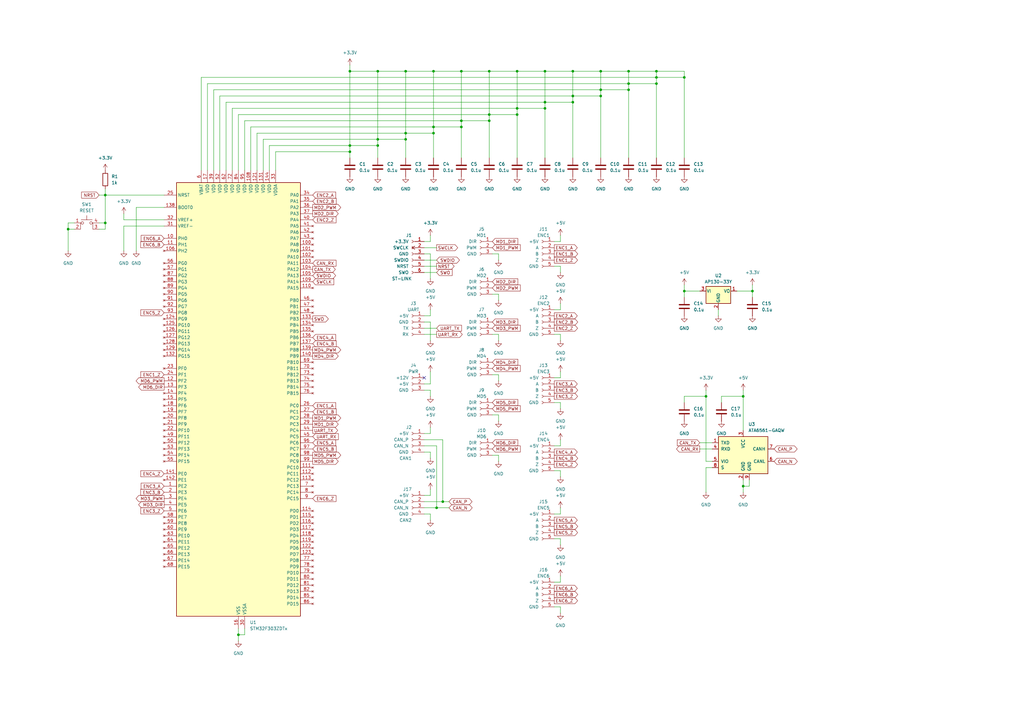
<source format=kicad_sch>
(kicad_sch (version 20250114) (generator "eeschema") (generator_version "9.0")
  (paper "A3")
  (junction (at 143.51 62.23))
  (junction (at 177.8 54.61))
  (junction (at 257.81 29.21))
  (junction (at 280.67 119.38))
  (junction (at 181.61 205.74))
  (junction (at 289.56 162.56))
  (junction (at 212.09 29.21))
  (junction (at 280.67 31.75))
  (junction (at 177.8 52.07))
  (junction (at 257.81 34.29))
  (junction (at 200.66 46.99))
  (junction (at 179.07 208.28))
  (junction (at 200.66 49.53))
  (junction (at 154.94 59.69))
  (junction (at 257.81 36.83))
  (junction (at 27.94 93.98))
  (junction (at 200.66 29.21))
  (junction (at 269.24 29.21))
  (junction (at 166.37 54.61))
  (junction (at 269.24 34.29))
  (junction (at 154.94 57.15))
  (junction (at 43.18 91.44))
  (junction (at 189.23 29.21))
  (junction (at 304.8 162.56))
  (junction (at 166.37 57.15))
  (junction (at 304.8 199.39))
  (junction (at 212.09 44.45))
  (junction (at 308.61 119.38))
  (junction (at 189.23 52.07))
  (junction (at 97.79 260.35))
  (junction (at 223.52 29.21))
  (junction (at 143.51 59.69))
  (junction (at 234.95 39.37))
  (junction (at 234.95 29.21))
  (junction (at 166.37 29.21))
  (junction (at 212.09 46.99))
  (junction (at 223.52 41.91))
  (junction (at 43.18 80.01))
  (junction (at 189.23 49.53))
  (junction (at 269.24 31.75))
  (junction (at 246.38 39.37))
  (junction (at 154.94 29.21))
  (junction (at 223.52 44.45))
  (junction (at 234.95 41.91))
  (junction (at 246.38 36.83))
  (junction (at 246.38 29.21))
  (junction (at 177.8 29.21))
  (junction (at 143.51 29.21))
  (no_connect (at 173.99 154.94))
  (wire (pts (xy 43.18 80.01) (xy 43.18 91.44)))
  (wire (pts (xy 200.66 49.53) (xy 200.66 64.77)))
  (wire (pts (xy 204.47 186.69) (xy 204.47 189.23)))
  (wire (pts (xy 173.99 205.74) (xy 181.61 205.74)))
  (wire (pts (xy 227.33 99.06) (xy 229.87 99.06)))
  (wire (pts (xy 227.33 127) (xy 229.87 127)))
  (wire (pts (xy 107.95 57.15) (xy 154.94 57.15)))
  (wire (pts (xy 100.33 69.85) (xy 100.33 49.53)))
  (wire (pts (xy 184.15 205.74) (xy 181.61 205.74)))
  (wire (pts (xy 229.87 236.22) (xy 229.87 238.76)))
  (wire (pts (xy 82.55 31.75) (xy 269.24 31.75)))
  (wire (pts (xy 173.99 208.28) (xy 179.07 208.28)))
  (wire (pts (xy 92.71 41.91) (xy 223.52 41.91)))
  (wire (pts (xy 304.8 199.39) (xy 304.8 201.93)))
  (wire (pts (xy 176.53 129.54) (xy 173.99 129.54)))
  (wire (pts (xy 82.55 69.85) (xy 82.55 31.75)))
  (wire (pts (xy 269.24 29.21) (xy 269.24 31.75)))
  (wire (pts (xy 257.81 29.21) (xy 269.24 29.21)))
  (wire (pts (xy 110.49 59.69) (xy 143.51 59.69)))
  (wire (pts (xy 173.99 177.8) (xy 176.53 177.8)))
  (wire (pts (xy 27.94 93.98) (xy 30.48 93.98)))
  (wire (pts (xy 287.02 184.15) (xy 292.1 184.15)))
  (wire (pts (xy 154.94 59.69) (xy 154.94 64.77)))
  (wire (pts (xy 308.61 116.84) (xy 308.61 119.38)))
  (wire (pts (xy 280.67 119.38) (xy 287.02 119.38)))
  (wire (pts (xy 304.8 162.56) (xy 295.91 162.56)))
  (wire (pts (xy 204.47 153.67) (xy 204.47 156.21)))
  (wire (pts (xy 173.99 210.82) (xy 176.53 210.82)))
  (wire (pts (xy 229.87 137.16) (xy 229.87 139.7)))
  (wire (pts (xy 176.53 185.42) (xy 176.53 187.96)))
  (wire (pts (xy 179.07 109.22) (xy 173.99 109.22)))
  (wire (pts (xy 43.18 77.47) (xy 43.18 80.01)))
  (wire (pts (xy 173.99 160.02) (xy 176.53 160.02)))
  (wire (pts (xy 102.87 52.07) (xy 177.8 52.07)))
  (wire (pts (xy 302.26 119.38) (xy 308.61 119.38)))
  (wire (pts (xy 307.34 199.39) (xy 304.8 199.39)))
  (wire (pts (xy 143.51 26.67) (xy 143.51 29.21)))
  (wire (pts (xy 227.33 238.76) (xy 229.87 238.76)))
  (wire (pts (xy 143.51 59.69) (xy 154.94 59.69)))
  (wire (pts (xy 173.99 104.14) (xy 176.53 104.14)))
  (wire (pts (xy 181.61 205.74) (xy 181.61 180.34)))
  (wire (pts (xy 176.53 160.02) (xy 176.53 162.56)))
  (wire (pts (xy 229.87 96.52) (xy 229.87 99.06)))
  (wire (pts (xy 173.99 134.62) (xy 179.07 134.62)))
  (wire (pts (xy 107.95 69.85) (xy 107.95 57.15)))
  (wire (pts (xy 212.09 46.99) (xy 212.09 64.77)))
  (wire (pts (xy 97.79 260.35) (xy 97.79 257.81)))
  (wire (pts (xy 67.31 92.71) (xy 50.8 92.71)))
  (wire (pts (xy 154.94 57.15) (xy 166.37 57.15)))
  (wire (pts (xy 201.93 104.14) (xy 204.47 104.14)))
  (wire (pts (xy 280.67 29.21) (xy 280.67 31.75)))
  (wire (pts (xy 227.33 165.1) (xy 229.87 165.1)))
  (wire (pts (xy 223.52 41.91) (xy 223.52 44.45)))
  (wire (pts (xy 201.93 120.65) (xy 204.47 120.65)))
  (wire (pts (xy 229.87 124.46) (xy 229.87 127)))
  (wire (pts (xy 97.79 260.35) (xy 100.33 260.35)))
  (wire (pts (xy 223.52 41.91) (xy 234.95 41.91)))
  (wire (pts (xy 257.81 29.21) (xy 257.81 34.29)))
  (wire (pts (xy 173.99 99.06) (xy 176.53 99.06)))
  (wire (pts (xy 223.52 29.21) (xy 223.52 41.91)))
  (wire (pts (xy 177.8 54.61) (xy 177.8 64.77)))
  (wire (pts (xy 227.33 210.82) (xy 229.87 210.82)))
  (wire (pts (xy 200.66 49.53) (xy 200.66 46.99)))
  (wire (pts (xy 113.03 62.23) (xy 113.03 69.85)))
  (wire (pts (xy 269.24 34.29) (xy 269.24 64.77)))
  (wire (pts (xy 229.87 193.04) (xy 229.87 195.58)))
  (wire (pts (xy 179.07 208.28) (xy 184.15 208.28)))
  (wire (pts (xy 189.23 49.53) (xy 200.66 49.53)))
  (wire (pts (xy 177.8 29.21) (xy 177.8 52.07)))
  (wire (pts (xy 176.53 132.08) (xy 173.99 132.08)))
  (wire (pts (xy 204.47 137.16) (xy 204.47 139.7)))
  (wire (pts (xy 304.8 160.02) (xy 304.8 162.56)))
  (wire (pts (xy 27.94 91.44) (xy 30.48 91.44)))
  (wire (pts (xy 289.56 162.56) (xy 280.67 162.56)))
  (wire (pts (xy 189.23 29.21) (xy 200.66 29.21)))
  (wire (pts (xy 100.33 49.53) (xy 189.23 49.53)))
  (wire (pts (xy 257.81 34.29) (xy 257.81 36.83)))
  (wire (pts (xy 189.23 52.07) (xy 189.23 64.77)))
  (wire (pts (xy 200.66 29.21) (xy 200.66 46.99)))
  (wire (pts (xy 166.37 29.21) (xy 177.8 29.21)))
  (wire (pts (xy 246.38 39.37) (xy 246.38 64.77)))
  (wire (pts (xy 176.53 139.7) (xy 176.53 132.08)))
  (wire (pts (xy 173.99 185.42) (xy 176.53 185.42)))
  (wire (pts (xy 27.94 102.87) (xy 27.94 93.98)))
  (wire (pts (xy 90.17 69.85) (xy 90.17 39.37)))
  (wire (pts (xy 90.17 39.37) (xy 234.95 39.37)))
  (wire (pts (xy 173.99 137.16) (xy 179.07 137.16)))
  (wire (pts (xy 102.87 69.85) (xy 102.87 52.07)))
  (wire (pts (xy 234.95 39.37) (xy 246.38 39.37)))
  (wire (pts (xy 269.24 31.75) (xy 280.67 31.75)))
  (wire (pts (xy 212.09 44.45) (xy 223.52 44.45)))
  (wire (pts (xy 229.87 248.92) (xy 229.87 251.46)))
  (wire (pts (xy 43.18 93.98) (xy 43.18 91.44)))
  (wire (pts (xy 85.09 34.29) (xy 257.81 34.29)))
  (wire (pts (xy 97.79 46.99) (xy 200.66 46.99)))
  (wire (pts (xy 200.66 46.99) (xy 212.09 46.99)))
  (wire (pts (xy 50.8 87.63) (xy 50.8 90.17)))
  (wire (pts (xy 223.52 44.45) (xy 223.52 64.77)))
  (wire (pts (xy 227.33 248.92) (xy 229.87 248.92)))
  (wire (pts (xy 177.8 29.21) (xy 189.23 29.21)))
  (wire (pts (xy 227.33 182.88) (xy 229.87 182.88)))
  (wire (pts (xy 227.33 220.98) (xy 229.87 220.98)))
  (wire (pts (xy 308.61 119.38) (xy 308.61 121.92)))
  (wire (pts (xy 229.87 165.1) (xy 229.87 167.64)))
  (wire (pts (xy 246.38 29.21) (xy 246.38 36.83)))
  (wire (pts (xy 179.07 111.76) (xy 173.99 111.76)))
  (wire (pts (xy 40.64 91.44) (xy 43.18 91.44)))
  (wire (pts (xy 269.24 34.29) (xy 269.24 31.75)))
  (wire (pts (xy 307.34 196.85) (xy 307.34 199.39)))
  (wire (pts (xy 212.09 44.45) (xy 212.09 46.99)))
  (wire (pts (xy 212.09 29.21) (xy 212.09 44.45)))
  (wire (pts (xy 176.53 210.82) (xy 176.53 213.36)))
  (wire (pts (xy 113.03 62.23) (xy 143.51 62.23)))
  (wire (pts (xy 181.61 180.34) (xy 173.99 180.34)))
  (wire (pts (xy 280.67 31.75) (xy 280.67 64.77)))
  (wire (pts (xy 229.87 220.98) (xy 229.87 223.52)))
  (wire (pts (xy 204.47 104.14) (xy 204.47 106.68)))
  (wire (pts (xy 100.33 260.35) (xy 100.33 257.81)))
  (wire (pts (xy 143.51 62.23) (xy 143.51 59.69)))
  (wire (pts (xy 43.18 80.01) (xy 67.31 80.01)))
  (wire (pts (xy 294.64 127) (xy 294.64 129.54)))
  (wire (pts (xy 292.1 189.23) (xy 289.56 189.23)))
  (wire (pts (xy 176.53 175.26) (xy 176.53 177.8)))
  (wire (pts (xy 95.25 69.85) (xy 95.25 44.45)))
  (wire (pts (xy 143.51 59.69) (xy 143.51 29.21)))
  (wire (pts (xy 110.49 69.85) (xy 110.49 59.69)))
  (wire (pts (xy 50.8 92.71) (xy 50.8 102.87)))
  (wire (pts (xy 246.38 29.21) (xy 257.81 29.21)))
  (wire (pts (xy 257.81 36.83) (xy 257.81 64.77)))
  (wire (pts (xy 304.8 176.53) (xy 304.8 162.56)))
  (wire (pts (xy 154.94 29.21) (xy 166.37 29.21)))
  (wire (pts (xy 92.71 69.85) (xy 92.71 41.91)))
  (wire (pts (xy 177.8 52.07) (xy 177.8 54.61)))
  (wire (pts (xy 27.94 93.98) (xy 27.94 91.44)))
  (wire (pts (xy 143.51 29.21) (xy 154.94 29.21)))
  (wire (pts (xy 204.47 120.65) (xy 204.47 123.19)))
  (wire (pts (xy 229.87 152.4) (xy 229.87 154.94)))
  (wire (pts (xy 201.93 137.16) (xy 204.47 137.16)))
  (wire (pts (xy 189.23 52.07) (xy 189.23 49.53)))
  (wire (pts (xy 173.99 157.48) (xy 176.53 157.48)))
  (wire (pts (xy 87.63 36.83) (xy 246.38 36.83)))
  (wire (pts (xy 212.09 29.21) (xy 223.52 29.21)))
  (wire (pts (xy 176.53 157.48) (xy 176.53 152.4)))
  (wire (pts (xy 227.33 109.22) (xy 229.87 109.22)))
  (wire (pts (xy 154.94 57.15) (xy 154.94 59.69)))
  (wire (pts (xy 105.41 69.85) (xy 105.41 54.61)))
  (wire (pts (xy 201.93 186.69) (xy 204.47 186.69)))
  (wire (pts (xy 257.81 34.29) (xy 269.24 34.29)))
  (wire (pts (xy 229.87 109.22) (xy 229.87 111.76)))
  (wire (pts (xy 143.51 62.23) (xy 143.51 64.77)))
  (wire (pts (xy 50.8 90.17) (xy 67.31 90.17)))
  (wire (pts (xy 246.38 36.83) (xy 246.38 39.37)))
  (wire (pts (xy 40.64 93.98) (xy 43.18 93.98)))
  (wire (pts (xy 177.8 52.07) (xy 189.23 52.07)))
  (wire (pts (xy 204.47 170.18) (xy 204.47 172.72)))
  (wire (pts (xy 166.37 57.15) (xy 166.37 64.77)))
  (wire (pts (xy 269.24 29.21) (xy 280.67 29.21)))
  (wire (pts (xy 176.53 200.66) (xy 176.53 203.2)))
  (wire (pts (xy 85.09 69.85) (xy 85.09 34.29)))
  (wire (pts (xy 176.53 104.14) (xy 176.53 114.3)))
  (wire (pts (xy 234.95 41.91) (xy 234.95 64.77)))
  (wire (pts (xy 176.53 96.52) (xy 176.53 99.06)))
  (wire (pts (xy 166.37 54.61) (xy 177.8 54.61)))
  (wire (pts (xy 55.88 102.87) (xy 55.88 85.09)))
  (wire (pts (xy 289.56 191.77) (xy 292.1 191.77)))
  (wire (pts (xy 229.87 180.34) (xy 229.87 182.88)))
  (wire (pts (xy 166.37 29.21) (xy 166.37 54.61)))
  (wire (pts (xy 227.33 193.04) (xy 229.87 193.04)))
  (wire (pts (xy 189.23 29.21) (xy 189.23 49.53)))
  (wire (pts (xy 97.79 262.89) (xy 97.79 260.35)))
  (wire (pts (xy 179.07 106.68) (xy 173.99 106.68)))
  (wire (pts (xy 179.07 182.88) (xy 173.99 182.88)))
  (wire (pts (xy 287.02 181.61) (xy 292.1 181.61)))
  (wire (pts (xy 105.41 54.61) (xy 166.37 54.61)))
  (wire (pts (xy 280.67 116.84) (xy 280.67 119.38)))
  (wire (pts (xy 179.07 208.28) (xy 179.07 182.88)))
  (wire (pts (xy 87.63 69.85) (xy 87.63 36.83)))
  (wire (pts (xy 295.91 162.56) (xy 295.91 165.1)))
  (wire (pts (xy 289.56 162.56) (xy 289.56 189.23)))
  (wire (pts (xy 55.88 85.09) (xy 67.31 85.09)))
  (wire (pts (xy 97.79 69.85) (xy 97.79 46.99)))
  (wire (pts (xy 280.67 162.56) (xy 280.67 165.1)))
  (wire (pts (xy 234.95 29.21) (xy 234.95 39.37)))
  (wire (pts (xy 179.07 101.6) (xy 173.99 101.6)))
  (wire (pts (xy 234.95 39.37) (xy 234.95 41.91)))
  (wire (pts (xy 173.99 203.2) (xy 176.53 203.2)))
  (wire (pts (xy 229.87 208.28) (xy 229.87 210.82)))
  (wire (pts (xy 289.56 201.93) (xy 289.56 191.77)))
  (wire (pts (xy 227.33 154.94) (xy 229.87 154.94)))
  (wire (pts (xy 304.8 196.85) (xy 304.8 199.39)))
  (wire (pts (xy 40.64 80.01) (xy 43.18 80.01)))
  (wire (pts (xy 201.93 153.67) (xy 204.47 153.67)))
  (wire (pts (xy 154.94 29.21) (xy 154.94 57.15)))
  (wire (pts (xy 95.25 44.45) (xy 212.09 44.45)))
  (wire (pts (xy 166.37 57.15) (xy 166.37 54.61)))
  (wire (pts (xy 223.52 29.21) (xy 234.95 29.21)))
  (wire (pts (xy 246.38 36.83) (xy 257.81 36.83)))
  (wire (pts (xy 227.33 137.16) (xy 229.87 137.16)))
  (wire (pts (xy 176.53 127) (xy 176.53 129.54)))
  (wire (pts (xy 201.93 170.18) (xy 204.47 170.18)))
  (wire (pts (xy 289.56 160.02) (xy 289.56 162.56)))
  (wire (pts (xy 280.67 119.38) (xy 280.67 121.92)))
  (wire (pts (xy 200.66 29.21) (xy 212.09 29.21)))
  (wire (pts (xy 234.95 29.21) (xy 246.38 29.21)))
  (global_label "MD5_PWM" (shape input) (at 201.93 167.64 0) (property "Intersheetrefs" "${INTERSHEET_REFS}" (effects (hide yes))))
  (global_label "CAN_N" (shape bidirectional) (at 317.5 189.23 0) (property "Intersheetrefs" "${INTERSHEET_REFS}" (effects (hide yes))))
  (global_label "MD2_PWM" (shape input) (at 201.93 118.11 0) (property "Intersheetrefs" "${INTERSHEET_REFS}" (effects (hide yes))))
  (global_label "ENC2_Z" (shape output) (at 227.33 134.62 0) (property "Intersheetrefs" "${INTERSHEET_REFS}" (effects (hide yes))))
  (global_label "CAN_RX" (shape output) (at 287.02 184.15 180) (property "Intersheetrefs" "${INTERSHEET_REFS}" (effects (hide yes))))
  (global_label "ENC5_Z" (shape input) (at 67.31 128.27 180) (property "Intersheetrefs" "${INTERSHEET_REFS}" (effects (hide yes))))
  (global_label "CAN_P" (shape bidirectional) (at 317.5 184.15 0) (property "Intersheetrefs" "${INTERSHEET_REFS}" (effects (hide yes))))
  (global_label "CAN_RX" (shape input) (at 128.27 107.95 0) (property "Intersheetrefs" "${INTERSHEET_REFS}" (effects (hide yes))))
  (global_label "ENC4_Z" (shape input) (at 67.31 194.31 180) (property "Intersheetrefs" "${INTERSHEET_REFS}" (effects (hide yes))))
  (global_label "MD3_DIR" (shape input) (at 201.93 132.08 0) (property "Intersheetrefs" "${INTERSHEET_REFS}" (effects (hide yes))))
  (global_label "ENC3_B" (shape input) (at 67.31 201.93 180) (property "Intersheetrefs" "${INTERSHEET_REFS}" (effects (hide yes))))
  (global_label "MD1_DIR" (shape output) (at 128.27 173.99 0) (property "Intersheetrefs" "${INTERSHEET_REFS}" (effects (hide yes))))
  (global_label "ENC5_A" (shape output) (at 227.33 213.36 0) (property "Intersheetrefs" "${INTERSHEET_REFS}" (effects (hide yes))))
  (global_label "SWO" (shape input) (at 179.07 111.76 0) (property "Intersheetrefs" "${INTERSHEET_REFS}" (effects (hide yes))))
  (global_label "ENC2_A" (shape input) (at 128.27 80.01 0) (property "Intersheetrefs" "${INTERSHEET_REFS}" (effects (hide yes))))
  (global_label "MD2_DIR" (shape input) (at 201.93 115.57 0) (property "Intersheetrefs" "${INTERSHEET_REFS}" (effects (hide yes))))
  (global_label "ENC1_A" (shape input) (at 128.27 166.37 0) (property "Intersheetrefs" "${INTERSHEET_REFS}" (effects (hide yes))))
  (global_label "ENC4_B" (shape output) (at 227.33 187.96 0) (property "Intersheetrefs" "${INTERSHEET_REFS}" (effects (hide yes))))
  (global_label "MD4_PWM" (shape input) (at 201.93 151.13 0) (property "Intersheetrefs" "${INTERSHEET_REFS}" (effects (hide yes))))
  (global_label "CAN_TX" (shape input) (at 287.02 181.61 180) (property "Intersheetrefs" "${INTERSHEET_REFS}" (effects (hide yes))))
  (global_label "MD3_PWM" (shape input) (at 201.93 134.62 0) (property "Intersheetrefs" "${INTERSHEET_REFS}" (effects (hide yes))))
  (global_label "ENC4_A" (shape output) (at 227.33 185.42 0) (property "Intersheetrefs" "${INTERSHEET_REFS}" (effects (hide yes))))
  (global_label "ENC6_B" (shape input) (at 67.31 100.33 180) (property "Intersheetrefs" "${INTERSHEET_REFS}" (effects (hide yes))))
  (global_label "ENC2_B" (shape output) (at 227.33 132.08 0) (property "Intersheetrefs" "${INTERSHEET_REFS}" (effects (hide yes))))
  (global_label "CAN_TX" (shape output) (at 128.27 110.49 0) (property "Intersheetrefs" "${INTERSHEET_REFS}" (effects (hide yes))))
  (global_label "MD1_DIR" (shape input) (at 201.93 99.06 0) (property "Intersheetrefs" "${INTERSHEET_REFS}" (effects (hide yes))))
  (global_label "ENC1_B" (shape input) (at 128.27 168.91 0) (property "Intersheetrefs" "${INTERSHEET_REFS}" (effects (hide yes))))
  (global_label "ENC1_Z" (shape input) (at 67.31 153.67 180) (property "Intersheetrefs" "${INTERSHEET_REFS}" (effects (hide yes))))
  (global_label "MD1_PWM" (shape output) (at 128.27 171.45 0) (property "Intersheetrefs" "${INTERSHEET_REFS}" (effects (hide yes))))
  (global_label "ENC4_B" (shape input) (at 128.27 140.97 0) (property "Intersheetrefs" "${INTERSHEET_REFS}" (effects (hide yes))))
  (global_label "ENC5_B" (shape output) (at 227.33 215.9 0) (property "Intersheetrefs" "${INTERSHEET_REFS}" (effects (hide yes))))
  (global_label "MD4_DIR" (shape input) (at 201.93 148.59 0) (property "Intersheetrefs" "${INTERSHEET_REFS}" (effects (hide yes))))
  (global_label "MD2_DIR" (shape output) (at 128.27 87.63 0) (property "Intersheetrefs" "${INTERSHEET_REFS}" (effects (hide yes))))
  (global_label "ENC1_Z" (shape output) (at 227.33 106.68 0) (property "Intersheetrefs" "${INTERSHEET_REFS}" (effects (hide yes))))
  (global_label "ENC3_A" (shape output) (at 227.33 157.48 0) (property "Intersheetrefs" "${INTERSHEET_REFS}" (effects (hide yes))))
  (global_label "UART_TX" (shape input) (at 179.07 134.62 0) (property "Intersheetrefs" "${INTERSHEET_REFS}" (effects (hide yes))))
  (global_label "SWDIO" (shape bidirectional) (at 179.07 106.68 0) (property "Intersheetrefs" "${INTERSHEET_REFS}" (effects (hide yes))))
  (global_label "SWCLK" (shape output) (at 179.07 101.6 0) (property "Intersheetrefs" "${INTERSHEET_REFS}" (effects (hide yes))))
  (global_label "MD3_PWM" (shape output) (at 67.31 204.47 180) (property "Intersheetrefs" "${INTERSHEET_REFS}" (effects (hide yes))))
  (global_label "MD6_DIR" (shape input) (at 201.93 181.61 0) (property "Intersheetrefs" "${INTERSHEET_REFS}" (effects (hide yes))))
  (global_label "ENC6_Z" (shape input) (at 128.27 204.47 0) (property "Intersheetrefs" "${INTERSHEET_REFS}" (effects (hide yes))))
  (global_label "ENC3_B" (shape output) (at 227.33 160.02 0) (property "Intersheetrefs" "${INTERSHEET_REFS}" (effects (hide yes))))
  (global_label "MD5_PWM" (shape output) (at 128.27 186.69 0) (property "Intersheetrefs" "${INTERSHEET_REFS}" (effects (hide yes))))
  (global_label "CAN_P" (shape bidirectional) (at 184.15 205.74 0) (property "Intersheetrefs" "${INTERSHEET_REFS}" (effects (hide yes))))
  (global_label "ENC3_Z" (shape output) (at 227.33 162.56 0) (property "Intersheetrefs" "${INTERSHEET_REFS}" (effects (hide yes))))
  (global_label "SWCLK" (shape input) (at 128.27 115.57 0) (property "Intersheetrefs" "${INTERSHEET_REFS}" (effects (hide yes))))
  (global_label "SWO" (shape output) (at 128.27 130.81 0) (property "Intersheetrefs" "${INTERSHEET_REFS}" (effects (hide yes))))
  (global_label "MD6_PWM" (shape output) (at 67.31 156.21 180) (property "Intersheetrefs" "${INTERSHEET_REFS}" (effects (hide yes))))
  (global_label "NRST" (shape input) (at 40.64 80.01 180) (property "Intersheetrefs" "${INTERSHEET_REFS}" (effects (hide yes))))
  (global_label "MD5_DIR" (shape input) (at 201.93 165.1 0) (property "Intersheetrefs" "${INTERSHEET_REFS}" (effects (hide yes))))
  (global_label "ENC5_A" (shape input) (at 128.27 181.61 0) (property "Intersheetrefs" "${INTERSHEET_REFS}" (effects (hide yes))))
  (global_label "ENC6_Z" (shape output) (at 227.33 246.38 0) (property "Intersheetrefs" "${INTERSHEET_REFS}" (effects (hide yes))))
  (global_label "ENC2_A" (shape output) (at 227.33 129.54 0) (property "Intersheetrefs" "${INTERSHEET_REFS}" (effects (hide yes))))
  (global_label "MD3_DIR" (shape output) (at 67.31 207.01 180) (property "Intersheetrefs" "${INTERSHEET_REFS}" (effects (hide yes))))
  (global_label "MD6_PWM" (shape input) (at 201.93 184.15 0) (property "Intersheetrefs" "${INTERSHEET_REFS}" (effects (hide yes))))
  (global_label "MD4_PWM" (shape output) (at 128.27 143.51 0) (property "Intersheetrefs" "${INTERSHEET_REFS}" (effects (hide yes))))
  (global_label "CAN_N" (shape bidirectional) (at 184.15 208.28 0) (property "Intersheetrefs" "${INTERSHEET_REFS}" (effects (hide yes))))
  (global_label "NRST" (shape output) (at 179.07 109.22 0) (property "Intersheetrefs" "${INTERSHEET_REFS}" (effects (hide yes))))
  (global_label "ENC6_A" (shape output) (at 227.33 241.3 0) (property "Intersheetrefs" "${INTERSHEET_REFS}" (effects (hide yes))))
  (global_label "SWDIO" (shape bidirectional) (at 128.27 113.03 0) (property "Intersheetrefs" "${INTERSHEET_REFS}" (effects (hide yes))))
  (global_label "UART_RX" (shape input) (at 128.27 179.07 0) (property "Intersheetrefs" "${INTERSHEET_REFS}" (effects (hide yes))))
  (global_label "MD4_DIR" (shape output) (at 128.27 146.05 0) (property "Intersheetrefs" "${INTERSHEET_REFS}" (effects (hide yes))))
  (global_label "ENC2_Z" (shape input) (at 128.27 90.17 0) (property "Intersheetrefs" "${INTERSHEET_REFS}" (effects (hide yes))))
  (global_label "ENC3_A" (shape input) (at 67.31 199.39 180) (property "Intersheetrefs" "${INTERSHEET_REFS}" (effects (hide yes))))
  (global_label "ENC3_Z" (shape input) (at 67.31 209.55 180) (property "Intersheetrefs" "${INTERSHEET_REFS}" (effects (hide yes))))
  (global_label "MD5_DIR" (shape output) (at 128.27 189.23 0) (property "Intersheetrefs" "${INTERSHEET_REFS}" (effects (hide yes))))
  (global_label "ENC5_B" (shape input) (at 128.27 184.15 0) (property "Intersheetrefs" "${INTERSHEET_REFS}" (effects (hide yes))))
  (global_label "ENC2_B" (shape input) (at 128.27 82.55 0) (property "Intersheetrefs" "${INTERSHEET_REFS}" (effects (hide yes))))
  (global_label "ENC6_A" (shape input) (at 67.31 97.79 180) (property "Intersheetrefs" "${INTERSHEET_REFS}" (effects (hide yes))))
  (global_label "ENC1_B" (shape output) (at 227.33 104.14 0) (property "Intersheetrefs" "${INTERSHEET_REFS}" (effects (hide yes))))
  (global_label "MD1_PWM" (shape input) (at 201.93 101.6 0) (property "Intersheetrefs" "${INTERSHEET_REFS}" (effects (hide yes))))
  (global_label "MD2_PWM" (shape output) (at 128.27 85.09 0) (property "Intersheetrefs" "${INTERSHEET_REFS}" (effects (hide yes))))
  (global_label "ENC1_A" (shape output) (at 227.33 101.6 0) (property "Intersheetrefs" "${INTERSHEET_REFS}" (effects (hide yes))))
  (global_label "ENC5_Z" (shape output) (at 227.33 218.44 0) (property "Intersheetrefs" "${INTERSHEET_REFS}" (effects (hide yes))))
  (global_label "ENC4_A" (shape input) (at 128.27 138.43 0) (property "Intersheetrefs" "${INTERSHEET_REFS}" (effects (hide yes))))
  (global_label "UART_RX" (shape output) (at 179.07 137.16 0) (property "Intersheetrefs" "${INTERSHEET_REFS}" (effects (hide yes))))
  (global_label "ENC4_Z" (shape output) (at 227.33 190.5 0) (property "Intersheetrefs" "${INTERSHEET_REFS}" (effects (hide yes))))
  (global_label "MD6_DIR" (shape output) (at 67.31 158.75 180) (property "Intersheetrefs" "${INTERSHEET_REFS}" (effects (hide yes))))
  (global_label "UART_TX" (shape output) (at 128.27 176.53 0) (property "Intersheetrefs" "${INTERSHEET_REFS}" (effects (hide yes))))
  (global_label "ENC6_B" (shape output) (at 227.33 243.84 0) (property "Intersheetrefs" "${INTERSHEET_REFS}" (effects (hide yes))))
  (symbol (lib_id "power:+5V") (at 229.87 152.4 0) (unit 1)
    (property "Reference" "#PWR050" (effects (hide yes)))
    (property "Value" "+5V" (at 229.87 147.32 0))
    (property "Description" "Power symbol creates a global label with name \"+5V\"" (effects (hide yes)))
  )
  (symbol (lib_id "circuit-mecha-donald:ENC") (at 222.25 160.02 0) (mirror y) (unit 1)
    (property "Reference" "J13" (at 222.885 149.86 0))
    (property "Value" "ENC3" (at 222.885 152.4 0))
    (property "Footprint" "circuit-mecha-donald:JST_PA_B05B-PASK-1_1x05_P2.00mm_Vertical" (effects (hide yes)))
    (property "Description" "Generic connector, single row, 01x05, script generated" (effects (hide yes)))
  )
  (symbol (lib_id "power:GND") (at 204.47 106.68 0) (mirror y) (unit 1)
    (property "Reference" "#PWR040" (effects (hide yes)))
    (property "Value" "GND" (at 204.47 111.76 0))
    (property "Description" "Power symbol creates a global label with name \"GND\" , ground" (effects (hide yes)))
  )
  (symbol (lib_id "power:GND") (at 177.8 72.39 0) (unit 1)
    (property "Reference" "#PWR05" (effects (hide yes)))
    (property "Value" "GND" (at 177.8 77.47 0))
    (property "Description" "Power symbol creates a global label with name \"GND\" , ground" (effects (hide yes)))
  )
  (symbol (lib_id "power:GND") (at 257.81 72.39 0) (unit 1)
    (property "Reference" "#PWR012" (effects (hide yes)))
    (property "Value" "GND" (at 257.81 77.47 0))
    (property "Description" "Power symbol creates a global label with name \"GND\" , ground" (effects (hide yes)))
  )
  (symbol (lib_id "Device:C") (at 154.94 68.58 0) (unit 1)
    (property "Reference" "C2" (at 158.75 67.3099 0) (effects (justify left)))
    (property "Value" "0.1u" (at 158.75 69.8499 0) (effects (justify left)))
    (property "Footprint" "Capacitor_SMD:C_0603_1608Metric_Pad1.08x0.95mm_HandSolder" (effects (hide yes)))
    (property "Description" "Unpolarized capacitor" (effects (hide yes)))
  )
  (symbol (lib_id "power:GND") (at 176.53 139.7 0) (mirror y) (unit 1)
    (property "Reference" "#PWR037" (effects (hide yes)))
    (property "Value" "GND" (at 176.53 144.78 0))
    (property "Description" "Power symbol creates a global label with name \"GND\" , ground" (effects (hide yes)))
  )
  (symbol (lib_id "power:+5V") (at 229.87 96.52 0) (unit 1)
    (property "Reference" "#PWR047" (effects (hide yes)))
    (property "Value" "+5V" (at 229.87 91.44 0))
    (property "Description" "Power symbol creates a global label with name \"+5V\"" (effects (hide yes)))
  )
  (symbol (lib_id "power:GND") (at 27.94 102.87 0) (unit 1)
    (property "Reference" "#PWR020" (effects (hide yes)))
    (property "Value" "GND" (at 27.94 107.95 0))
    (property "Description" "Power symbol creates a global label with name \"GND\" , ground" (effects (hide yes)))
  )
  (symbol (lib_id "power:GND") (at 295.91 172.72 0) (unit 1)
    (property "Reference" "#PWR023" (effects (hide yes)))
    (property "Value" "GND" (at 295.91 177.8 0))
    (property "Description" "Power symbol creates a global label with name \"GND\" , ground" (effects (hide yes)))
  )
  (symbol (lib_id "Switch:SW_MEC_5E") (at 35.56 93.98 0) (unit 1)
    (property "Reference" "SW1" (at 35.56 83.82 0))
    (property "Value" "RESET" (at 35.56 86.36 0))
    (property "Footprint" "circuit-mecha-donald:tact" (effects (hide yes)))
    (property "Datasheet" "http://www.apem.com/int/index.php?controller=attachment&id_attachment=1371" (effects (hide yes)))
    (property "Description" "MEC 5E single pole normally-open tactile switch" (effects (hide yes)))
  )
  (symbol (lib_id "power:GND") (at 204.47 156.21 0) (mirror y) (unit 1)
    (property "Reference" "#PWR043" (effects (hide yes)))
    (property "Value" "GND" (at 204.47 161.29 0))
    (property "Description" "Power symbol creates a global label with name \"GND\" , ground" (effects (hide yes)))
  )
  (symbol (lib_id "power:GND") (at 212.09 72.39 0) (unit 1)
    (property "Reference" "#PWR08" (effects (hide yes)))
    (property "Value" "GND" (at 212.09 77.47 0))
    (property "Description" "Power symbol creates a global label with name \"GND\" , ground" (effects (hide yes)))
  )
  (symbol (lib_id "Device:C") (at 143.51 68.58 0) (unit 1)
    (property "Reference" "C1" (at 147.32 67.3099 0) (effects (justify left)))
    (property "Value" "0.1u" (at 147.32 69.8499 0) (effects (justify left)))
    (property "Footprint" "Capacitor_SMD:C_0603_1608Metric_Pad1.08x0.95mm_HandSolder" (effects (hide yes)))
    (property "Description" "Unpolarized capacitor" (effects (hide yes)))
  )
  (symbol (lib_id "power:GND") (at 229.87 251.46 0) (unit 1)
    (property "Reference" "#PWR057" (effects (hide yes)))
    (property "Value" "GND" (at 229.87 256.54 0))
    (property "Description" "Power symbol creates a global label with name \"GND\" , ground" (effects (hide yes)))
  )
  (symbol (lib_id "Device:C") (at 257.81 68.58 0) (unit 1)
    (property "Reference" "C11" (at 261.62 67.3099 0) (effects (justify left)))
    (property "Value" "0.1u" (at 261.62 69.8499 0) (effects (justify left)))
    (property "Footprint" "Capacitor_SMD:C_0603_1608Metric_Pad1.08x0.95mm_HandSolder" (effects (hide yes)))
    (property "Description" "Unpolarized capacitor" (effects (hide yes)))
  )
  (symbol (lib_id "power:GND") (at 189.23 72.39 0) (unit 1)
    (property "Reference" "#PWR06" (effects (hide yes)))
    (property "Value" "GND" (at 189.23 77.47 0))
    (property "Description" "Power symbol creates a global label with name \"GND\" , ground" (effects (hide yes)))
  )
  (symbol (lib_id "power:GND") (at 229.87 111.76 0) (unit 1)
    (property "Reference" "#PWR046" (effects (hide yes)))
    (property "Value" "GND" (at 229.87 116.84 0))
    (property "Description" "Power symbol creates a global label with name \"GND\" , ground" (effects (hide yes)))
  )
  (symbol (lib_id "power:GND") (at 55.88 102.87 0) (unit 1)
    (property "Reference" "#PWR018" (effects (hide yes)))
    (property "Value" "GND" (at 55.88 107.95 0))
    (property "Description" "Power symbol creates a global label with name \"GND\" , ground" (effects (hide yes)))
  )
  (symbol (lib_id "power:GND") (at 204.47 172.72 0) (mirror y) (unit 1)
    (property "Reference" "#PWR044" (effects (hide yes)))
    (property "Value" "GND" (at 204.47 177.8 0))
    (property "Description" "Power symbol creates a global label with name \"GND\" , ground" (effects (hide yes)))
  )
  (symbol (lib_id "power:+5V") (at 280.67 116.84 0) (unit 1)
    (property "Reference" "#PWR030" (effects (hide yes)))
    (property "Value" "+5V" (at 280.67 111.76 0))
    (property "Description" "Power symbol creates a global label with name \"+5V\"" (effects (hide yes)))
  )
  (symbol (lib_id "power:GND") (at 143.51 72.39 0) (unit 1)
    (property "Reference" "#PWR02" (effects (hide yes)))
    (property "Value" "GND" (at 143.51 77.47 0))
    (property "Description" "Power symbol creates a global label with name \"GND\" , ground" (effects (hide yes)))
  )
  (symbol (lib_id "circuit-mecha-donald:UART") (at 168.91 132.08 0) (mirror y) (unit 1)
    (property "Reference" "J3" (at 169.545 124.46 0))
    (property "Value" "UART" (at 169.545 127 0))
    (property "Footprint" "circuit-mecha-donald:DF1B-4P-2.5DSA" (effects (hide yes)))
    (property "Description" "Generic connector, single row, 01x04, script generated" (effects (hide yes)))
  )
  (symbol (lib_id "circuit-mecha-donald:PWM_MD") (at 196.85 118.11 0) (mirror y) (unit 1)
    (property "Reference" "J6" (at 197.485 110.49 0))
    (property "Value" "MD2" (at 197.485 113.03 0))
    (property "Footprint" "Connector_JST:JST_XA_B03B-XASK-1_1x03_P2.50mm_Vertical" (effects (hide yes)))
    (property "Description" "Generic connector, single row, 01x03, script generated" (effects (hide yes)))
  )
  (symbol (lib_id "Device:C") (at 295.91 168.91 0) (unit 1)
    (property "Reference" "C17" (at 299.72 167.6399 0) (effects (justify left)))
    (property "Value" "0.1u" (at 299.72 170.1799 0) (effects (justify left)))
    (property "Footprint" "Capacitor_SMD:C_0603_1608Metric_Pad1.08x0.95mm_HandSolder" (effects (hide yes)))
    (property "Description" "Unpolarized capacitor" (effects (hide yes)))
  )
  (symbol (lib_id "power:GND") (at 204.47 189.23 0) (mirror y) (unit 1)
    (property "Reference" "#PWR045" (effects (hide yes)))
    (property "Value" "GND" (at 204.47 194.31 0))
    (property "Description" "Power symbol creates a global label with name \"GND\" , ground" (effects (hide yes)))
  )
  (symbol (lib_id "Device:C") (at 189.23 68.58 0) (unit 1)
    (property "Reference" "C5" (at 193.04 67.3099 0) (effects (justify left)))
    (property "Value" "0.1u" (at 193.04 69.8499 0) (effects (justify left)))
    (property "Footprint" "Capacitor_SMD:C_0603_1608Metric_Pad1.08x0.95mm_HandSolder" (effects (hide yes)))
    (property "Description" "Unpolarized capacitor" (effects (hide yes)))
  )
  (symbol (lib_id "power:GND") (at 234.95 72.39 0) (unit 1)
    (property "Reference" "#PWR010" (effects (hide yes)))
    (property "Value" "GND" (at 234.95 77.47 0))
    (property "Description" "Power symbol creates a global label with name \"GND\" , ground" (effects (hide yes)))
  )
  (symbol (lib_id "circuit-mecha-donald:PWM_MD") (at 196.85 134.62 0) (mirror y) (unit 1)
    (property "Reference" "J7" (at 197.485 127 0))
    (property "Value" "MD3" (at 197.485 129.54 0))
    (property "Footprint" "Connector_JST:JST_XA_B03B-XASK-1_1x03_P2.50mm_Vertical" (effects (hide yes)))
    (property "Description" "Generic connector, single row, 01x03, script generated" (effects (hide yes)))
  )
  (symbol (lib_id "power:+5V") (at 229.87 208.28 0) (unit 1)
    (property "Reference" "#PWR054" (effects (hide yes)))
    (property "Value" "+5V" (at 229.87 203.2 0))
    (property "Description" "Power symbol creates a global label with name \"+5V\"" (effects (hide yes)))
  )
  (symbol (lib_id "circuit-mecha-donald:PWM_MD") (at 196.85 101.6 0) (mirror y) (unit 1)
    (property "Reference" "J5" (at 197.485 93.98 0))
    (property "Value" "MD1" (at 197.485 96.52 0))
    (property "Footprint" "Connector_JST:JST_XA_B03B-XASK-1_1x03_P2.50mm_Vertical" (effects (hide yes)))
    (property "Description" "Generic connector, single row, 01x03, script generated" (effects (hide yes)))
  )
  (symbol (lib_id "power:+3.3V") (at 143.51 26.67 0) (unit 1)
    (property "Reference" "#PWR015" (effects (hide yes)))
    (property "Value" "+3.3V" (at 143.51 21.59 0))
    (property "Description" "Power symbol creates a global label with name \"+3.3V\"" (effects (hide yes)))
  )
  (symbol (lib_id "power:GND") (at 280.67 172.72 0) (unit 1)
    (property "Reference" "#PWR026" (effects (hide yes)))
    (property "Value" "GND" (at 280.67 177.8 0))
    (property "Description" "Power symbol creates a global label with name \"GND\" , ground" (effects (hide yes)))
  )
  (symbol (lib_id "power:GND") (at 176.53 187.96 0) (mirror y) (unit 1)
    (property "Reference" "#PWR034" (effects (hide yes)))
    (property "Value" "GND" (at 176.53 193.04 0))
    (property "Description" "Power symbol creates a global label with name \"GND\" , ground" (effects (hide yes)))
  )
  (symbol (lib_id "power:+5V") (at 229.87 124.46 0) (unit 1)
    (property "Reference" "#PWR048" (effects (hide yes)))
    (property "Value" "+5V" (at 229.87 119.38 0))
    (property "Description" "Power symbol creates a global label with name \"+5V\"" (effects (hide yes)))
  )
  (symbol (lib_id "power:+5V") (at 176.53 152.4 0) (mirror y) (unit 1)
    (property "Reference" "#PWR038" (effects (hide yes)))
    (property "Value" "+5V" (at 176.53 147.32 0))
    (property "Description" "Power symbol creates a global label with name \"+5V\"" (effects (hide yes)))
  )
  (symbol (lib_id "circuit-mecha-donald:STM32F303ZDTx") (at 97.79 163.83 0) (unit 1)
    (property "Reference" "U1" (at 102.4733 255.27 0) (effects (justify left)))
    (property "Value" "STM32F303ZDTx" (at 102.4733 257.81 0) (effects (justify left)))
    (property "Footprint" "Package_QFP:LQFP-144_20x20mm_P0.5mm" (effects (hide yes)))
    (property "Datasheet" "https://www.st.com/resource/en/datasheet/stm32f303zd.pdf" (effects (hide yes)))
    (property "Description" "STMicroelectronics Arm Cortex-M4 MCU, 384KB flash, 80KB RAM, 72 MHz, 2.0-3.6V, 115 GPIO, LQFP144" (effects (hide yes)))
  )
  (symbol (lib_id "power:GND") (at 200.66 72.39 0) (unit 1)
    (property "Reference" "#PWR07" (effects (hide yes)))
    (property "Value" "GND" (at 200.66 77.47 0))
    (property "Description" "Power symbol creates a global label with name \"GND\" , ground" (effects (hide yes)))
  )
  (symbol (lib_id "circuit-mecha-donald:ENC") (at 222.25 187.96 0) (mirror y) (unit 1)
    (property "Reference" "J14" (at 222.885 177.8 0))
    (property "Value" "ENC4" (at 222.885 180.34 0))
    (property "Footprint" "circuit-mecha-donald:JST_PA_B05B-PASK-1_1x05_P2.00mm_Vertical" (effects (hide yes)))
    (property "Description" "Generic connector, single row, 01x05, script generated" (effects (hide yes)))
  )
  (symbol (lib_id "power:+3.3V") (at 308.61 116.84 0) (unit 1)
    (property "Reference" "#PWR031" (effects (hide yes)))
    (property "Value" "+3.3V" (at 308.61 111.76 0))
    (property "Description" "Power symbol creates a global label with name \"+3.3V\"" (effects (hide yes)))
  )
  (symbol (lib_id "Device:C") (at 280.67 168.91 0) (unit 1)
    (property "Reference" "C16" (at 284.48 167.6399 0) (effects (justify left)))
    (property "Value" "0.1u" (at 284.48 170.1799 0) (effects (justify left)))
    (property "Footprint" "Capacitor_SMD:C_0603_1608Metric_Pad1.08x0.95mm_HandSolder" (effects (hide yes)))
    (property "Description" "Unpolarized capacitor" (effects (hide yes)))
  )
  (symbol (lib_id "power:GND") (at 229.87 167.64 0) (unit 1)
    (property "Reference" "#PWR051" (effects (hide yes)))
    (property "Value" "GND" (at 229.87 172.72 0))
    (property "Description" "Power symbol creates a global label with name \"GND\" , ground" (effects (hide yes)))
  )
  (symbol (lib_id "power:GND") (at 269.24 72.39 0) (unit 1)
    (property "Reference" "#PWR013" (effects (hide yes)))
    (property "Value" "GND" (at 269.24 77.47 0))
    (property "Description" "Power symbol creates a global label with name \"GND\" , ground" (effects (hide yes)))
  )
  (symbol (lib_id "Device:C") (at 223.52 68.58 0) (unit 1)
    (property "Reference" "C8" (at 227.33 67.3099 0) (effects (justify left)))
    (property "Value" "0.1u" (at 227.33 69.8499 0) (effects (justify left)))
    (property "Footprint" "Capacitor_SMD:C_0603_1608Metric_Pad1.08x0.95mm_HandSolder" (effects (hide yes)))
    (property "Description" "Unpolarized capacitor" (effects (hide yes)))
  )
  (symbol (lib_id "power:GND") (at 280.67 72.39 0) (unit 1)
    (property "Reference" "#PWR014" (effects (hide yes)))
    (property "Value" "GND" (at 280.67 77.47 0))
    (property "Description" "Power symbol creates a global label with name \"GND\" , ground" (effects (hide yes)))
  )
  (symbol (lib_id "power:GND") (at 304.8 201.93 0) (unit 1)
    (property "Reference" "#PWR021" (effects (hide yes)))
    (property "Value" "GND" (at 304.8 207.01 0))
    (property "Description" "Power symbol creates a global label with name \"GND\" , ground" (effects (hide yes)))
  )
  (symbol (lib_id "power:GND") (at 176.53 114.3 0) (mirror y) (unit 1)
    (property "Reference" "#PWR032" (effects (hide yes)))
    (property "Value" "GND" (at 176.53 119.38 0))
    (property "Description" "Power symbol creates a global label with name \"GND\" , ground" (effects (hide yes)))
  )
  (symbol (lib_id "Device:C") (at 177.8 68.58 0) (unit 1)
    (property "Reference" "C4" (at 181.61 67.3099 0) (effects (justify left)))
    (property "Value" "0.1u" (at 181.61 69.8499 0) (effects (justify left)))
    (property "Footprint" "Capacitor_SMD:C_0603_1608Metric_Pad1.08x0.95mm_HandSolder" (effects (hide yes)))
    (property "Description" "Unpolarized capacitor" (effects (hide yes)))
  )
  (symbol (lib_id "Device:C") (at 246.38 68.58 0) (unit 1)
    (property "Reference" "C10" (at 250.19 67.3099 0) (effects (justify left)))
    (property "Value" "0.1u" (at 250.19 69.8499 0) (effects (justify left)))
    (property "Footprint" "Capacitor_SMD:C_0603_1608Metric_Pad1.08x0.95mm_HandSolder" (effects (hide yes)))
    (property "Description" "Unpolarized capacitor" (effects (hide yes)))
  )
  (symbol (lib_id "power:GND") (at 154.94 72.39 0) (unit 1)
    (property "Reference" "#PWR03" (effects (hide yes)))
    (property "Value" "GND" (at 154.94 77.47 0))
    (property "Description" "Power symbol creates a global label with name \"GND\" , ground" (effects (hide yes)))
  )
  (symbol (lib_id "power:GND") (at 246.38 72.39 0) (unit 1)
    (property "Reference" "#PWR011" (effects (hide yes)))
    (property "Value" "GND" (at 246.38 77.47 0))
    (property "Description" "Power symbol creates a global label with name \"GND\" , ground" (effects (hide yes)))
  )
  (symbol (lib_id "Device:C") (at 280.67 68.58 0) (unit 1)
    (property "Reference" "C13" (at 284.48 67.3099 0) (effects (justify left)))
    (property "Value" "0.1u" (at 284.48 69.8499 0) (effects (justify left)))
    (property "Footprint" "Capacitor_SMD:C_0603_1608Metric_Pad1.08x0.95mm_HandSolder" (effects (hide yes)))
    (property "Description" "Unpolarized capacitor" (effects (hide yes)))
  )
  (symbol (lib_id "power:GND") (at 308.61 129.54 0) (unit 1)
    (property "Reference" "#PWR028" (effects (hide yes)))
    (property "Value" "GND" (at 308.61 134.62 0))
    (property "Description" "Power symbol creates a global label with name \"GND\" , ground" (effects (hide yes)))
  )
  (symbol (lib_id "Device:C") (at 166.37 68.58 0) (unit 1)
    (property "Reference" "C3" (at 170.18 67.3099 0) (effects (justify left)))
    (property "Value" "0.1u" (at 170.18 69.8499 0) (effects (justify left)))
    (property "Footprint" "Capacitor_SMD:C_0603_1608Metric_Pad1.08x0.95mm_HandSolder" (effects (hide yes)))
    (property "Description" "Unpolarized capacitor" (effects (hide yes)))
  )
  (symbol (lib_id "power:+3.3V") (at 50.8 87.63 0) (unit 1)
    (property "Reference" "#PWR016" (effects (hide yes)))
    (property "Value" "+3.3V" (at 50.8 82.55 0))
    (property "Description" "Power symbol creates a global label with name \"+3.3V\"" (effects (hide yes)))
  )
  (symbol (lib_id "power:+5V") (at 229.87 236.22 0) (unit 1)
    (property "Reference" "#PWR056" (effects (hide yes)))
    (property "Value" "+5V" (at 229.87 231.14 0))
    (property "Description" "Power symbol creates a global label with name \"+5V\"" (effects (hide yes)))
  )
  (symbol (lib_id "Device:C") (at 234.95 68.58 0) (unit 1)
    (property "Reference" "C9" (at 238.76 67.3099 0) (effects (justify left)))
    (property "Value" "0.1u" (at 238.76 69.8499 0) (effects (justify left)))
    (property "Footprint" "Capacitor_SMD:C_0603_1608Metric_Pad1.08x0.95mm_HandSolder" (effects (hide yes)))
    (property "Description" "Unpolarized capacitor" (effects (hide yes)))
  )
  (symbol (lib_id "power:GND") (at 289.56 201.93 0) (unit 1)
    (property "Reference" "#PWR022" (effects (hide yes)))
    (property "Value" "GND" (at 289.56 207.01 0))
    (property "Description" "Power symbol creates a global label with name \"GND\" , ground" (effects (hide yes)))
  )
  (symbol (lib_id "circuit-mecha-donald:ATA6561-GAQW") (at 304.8 186.69 0) (unit 1)
    (property "Reference" "U3" (at 306.9433 173.99 0) (effects (justify left)))
    (property "Value" "ATA6561-GAQW" (at 306.9433 176.53 0) (effects (justify left)))
    (property "Footprint" "Package_SO:SOIC-8-1EP_3.9x4.9mm_P1.27mm_EP2.95x4.9mm_Mask2.71x3.4mm" (effects (hide yes)))
    (property "Datasheet" "https://ww1.microchip.com/downloads/aemDocuments/documents/OTH/ProductDocuments/DataSheets/20005991B.pdf" (effects (hide yes)))
    (property "Description" "High-Speed CAN Transceiver, separate VIO, standby pin, SO-8" (effects (hide yes)))
  )
  (symbol (lib_id "power:GND") (at 223.52 72.39 0) (unit 1)
    (property "Reference" "#PWR09" (effects (hide yes)))
    (property "Value" "GND" (at 223.52 77.47 0))
    (property "Description" "Power symbol creates a global label with name \"GND\" , ground" (effects (hide yes)))
  )
  (symbol (lib_id "circuit-mecha-donald:ENC") (at 222.25 104.14 0) (mirror y) (unit 1)
    (property "Reference" "J11" (at 222.885 93.98 0))
    (property "Value" "ENC1" (at 222.885 96.52 0))
    (property "Footprint" "circuit-mecha-donald:JST_PA_B05B-PASK-1_1x05_P2.00mm_Vertical" (effects (hide yes)))
    (property "Description" "Generic connector, single row, 01x05, script generated" (effects (hide yes)))
  )
  (symbol (lib_id "power:GND") (at 280.67 129.54 0) (unit 1)
    (property "Reference" "#PWR027" (effects (hide yes)))
    (property "Value" "GND" (at 280.67 134.62 0))
    (property "Description" "Power symbol creates a global label with name \"GND\" , ground" (effects (hide yes)))
  )
  (symbol (lib_id "power:GND") (at 229.87 195.58 0) (unit 1)
    (property "Reference" "#PWR053" (effects (hide yes)))
    (property "Value" "GND" (at 229.87 200.66 0))
    (property "Description" "Power symbol creates a global label with name \"GND\" , ground" (effects (hide yes)))
  )
  (symbol (lib_id "power:+5V") (at 176.53 175.26 0) (mirror y) (unit 1)
    (property "Reference" "#PWR035" (effects (hide yes)))
    (property "Value" "+5V" (at 176.53 170.18 0))
    (property "Description" "Power symbol creates a global label with name \"+5V\"" (effects (hide yes)))
  )
  (symbol (lib_id "circuit-mecha-donald:ENC") (at 222.25 132.08 0) (mirror y) (unit 1)
    (property "Reference" "J12" (at 222.885 121.92 0))
    (property "Value" "ENC2" (at 222.885 124.46 0))
    (property "Footprint" "circuit-mecha-donald:JST_PA_B05B-PASK-1_1x05_P2.00mm_Vertical" (effects (hide yes)))
    (property "Description" "Generic connector, single row, 01x05, script generated" (effects (hide yes)))
  )
  (symbol (lib_id "Regulator_Linear:AP130-33Y") (at 294.64 119.38 0) (unit 1)
    (property "Reference" "U2" (at 294.64 113.03 0))
    (property "Value" "AP130-33Y" (at 294.64 115.57 0))
    (property "Footprint" "Package_TO_SOT_SMD:SOT-89-3" (effects (hide yes)))
    (property "Datasheet" "https://www.diodes.com/assets/Datasheets/AP130.pdf" (effects (hide yes)))
    (property "Description" "0.3A Low Dropout regulator, positive, 3.3V fixed output, SOT-89" (effects (hide yes)))
  )
  (symbol (lib_id "power:GND") (at 176.53 162.56 0) (mirror y) (unit 1)
    (property "Reference" "#PWR039" (effects (hide yes)))
    (property "Value" "GND" (at 176.53 167.64 0))
    (property "Description" "Power symbol creates a global label with name \"GND\" , ground" (effects (hide yes)))
  )
  (symbol (lib_id "Device:C") (at 200.66 68.58 0) (unit 1)
    (property "Reference" "C6" (at 204.47 67.3099 0) (effects (justify left)))
    (property "Value" "0.1u" (at 204.47 69.8499 0) (effects (justify left)))
    (property "Footprint" "Capacitor_SMD:C_0603_1608Metric_Pad1.08x0.95mm_HandSolder" (effects (hide yes)))
    (property "Description" "Unpolarized capacitor" (effects (hide yes)))
  )
  (symbol (lib_id "circuit-mecha-donald:ST-LINK") (at 168.91 104.14 0) (mirror y) (unit 1)
    (property "Reference" "J1" (at 168.91 96.52 0) (effects (justify left)))
    (property "Value" "ST-LINK" (at 168.91 114.3 0) (effects (justify left)))
    (property "Footprint" "Connector_JST:JST_ZH_B6B-ZR_1x06_P1.50mm_Vertical" (effects (hide yes)))
    (property "Description" "Generic connector, single row, 01x06, script generated" (effects (hide yes)))
  )
  (symbol (lib_id "power:+5V") (at 304.8 160.02 0) (unit 1)
    (property "Reference" "#PWR024" (effects (hide yes)))
    (property "Value" "+5V" (at 304.8 154.94 0))
    (property "Description" "Power symbol creates a global label with name \"+5V\"" (effects (hide yes)))
  )
  (symbol (lib_id "power:+3.3V") (at 176.53 96.52 0) (mirror y) (unit 1)
    (property "Reference" "#PWR033" (effects (hide yes)))
    (property "Value" "+3.3V" (at 176.53 91.44 0))
    (property "Description" "Power symbol creates a global label with name \"+3.3V\"" (effects (hide yes)))
  )
  (symbol (lib_id "power:GND") (at 50.8 102.87 0) (unit 1)
    (property "Reference" "#PWR017" (effects (hide yes)))
    (property "Value" "GND" (at 50.8 107.95 0))
    (property "Description" "Power symbol creates a global label with name \"GND\" , ground" (effects (hide yes)))
  )
  (symbol (lib_id "Device:R") (at 43.18 73.66 0) (unit 1)
    (property "Reference" "R1" (at 45.72 72.3899 0) (effects (justify left)))
    (property "Value" "1k" (at 45.72 74.9299 0) (effects (justify left)))
    (property "Footprint" "Resistor_SMD:R_0603_1608Metric_Pad0.98x0.95mm_HandSolder" (effects (hide yes)))
    (property "Description" "Resistor" (effects (hide yes)))
  )
  (symbol (lib_id "Device:C") (at 269.24 68.58 0) (unit 1)
    (property "Reference" "C12" (at 273.05 67.3099 0) (effects (justify left)))
    (property "Value" "0.1u" (at 273.05 69.8499 0) (effects (justify left)))
    (property "Footprint" "Capacitor_SMD:C_0603_1608Metric_Pad1.08x0.95mm_HandSolder" (effects (hide yes)))
    (property "Description" "Unpolarized capacitor" (effects (hide yes)))
  )
  (symbol (lib_id "circuit-mecha-donald:ENC") (at 222.25 215.9 0) (mirror y) (unit 1)
    (property "Reference" "J15" (at 222.885 205.74 0))
    (property "Value" "ENC5" (at 222.885 208.28 0))
    (property "Footprint" "circuit-mecha-donald:JST_PA_B05B-PASK-1_1x05_P2.00mm_Vertical" (effects (hide yes)))
    (property "Description" "Generic connector, single row, 01x05, script generated" (effects (hide yes)))
  )
  (symbol (lib_id "power:+3.3V") (at 43.18 69.85 0) (unit 1)
    (property "Reference" "#PWR019" (effects (hide yes)))
    (property "Value" "+3.3V" (at 43.18 64.77 0))
    (property "Description" "Power symbol creates a global label with name \"+3.3V\"" (effects (hide yes)))
  )
  (symbol (lib_id "power:+5V") (at 176.53 200.66 0) (mirror y) (unit 1)
    (property "Reference" "#PWR058" (effects (hide yes)))
    (property "Value" "+5V" (at 176.53 195.58 0))
    (property "Description" "Power symbol creates a global label with name \"+5V\"" (effects (hide yes)))
  )
  (symbol (lib_id "power:GND") (at 294.64 129.54 0) (unit 1)
    (property "Reference" "#PWR029" (effects (hide yes)))
    (property "Value" "GND" (at 294.64 134.62 0))
    (property "Description" "Power symbol creates a global label with name \"GND\" , ground" (effects (hide yes)))
  )
  (symbol (lib_id "circuit-mecha-donald:PWM_MD") (at 196.85 151.13 0) (mirror y) (unit 1)
    (property "Reference" "J8" (at 197.485 143.51 0))
    (property "Value" "MD4" (at 197.485 146.05 0))
    (property "Footprint" "Connector_JST:JST_XA_B03B-XASK-1_1x03_P2.50mm_Vertical" (effects (hide yes)))
    (property "Description" "Generic connector, single row, 01x03, script generated" (effects (hide yes)))
  )
  (symbol (lib_id "power:GND") (at 204.47 139.7 0) (mirror y) (unit 1)
    (property "Reference" "#PWR042" (effects (hide yes)))
    (property "Value" "GND" (at 204.47 144.78 0))
    (property "Description" "Power symbol creates a global label with name \"GND\" , ground" (effects (hide yes)))
  )
  (symbol (lib_id "circuit-mecha-donald:PWM_MD") (at 196.85 184.15 0) (mirror y) (unit 1)
    (property "Reference" "J10" (at 197.485 176.53 0))
    (property "Value" "MD6" (at 197.485 179.07 0))
    (property "Footprint" "Connector_JST:JST_XA_B03B-XASK-1_1x03_P2.50mm_Vertical" (effects (hide yes)))
    (property "Description" "Generic connector, single row, 01x03, script generated" (effects (hide yes)))
  )
  (symbol (lib_id "power:GND") (at 97.79 262.89 0) (unit 1)
    (property "Reference" "#PWR01" (effects (hide yes)))
    (property "Value" "GND" (at 97.79 267.97 0))
    (property "Description" "Power symbol creates a global label with name \"GND\" , ground" (effects (hide yes)))
  )
  (symbol (lib_id "Device:C") (at 212.09 68.58 0) (unit 1)
    (property "Reference" "C7" (at 215.9 67.3099 0) (effects (justify left)))
    (property "Value" "0.1u" (at 215.9 69.8499 0) (effects (justify left)))
    (property "Footprint" "Capacitor_SMD:C_0603_1608Metric_Pad1.08x0.95mm_HandSolder" (effects (hide yes)))
    (property "Description" "Unpolarized capacitor" (effects (hide yes)))
  )
  (symbol (lib_id "power:GND") (at 204.47 123.19 0) (mirror y) (unit 1)
    (property "Reference" "#PWR041" (effects (hide yes)))
    (property "Value" "GND" (at 204.47 128.27 0))
    (property "Description" "Power symbol creates a global label with name \"GND\" , ground" (effects (hide yes)))
  )
  (symbol (lib_id "power:+5V") (at 176.53 127 0) (mirror y) (unit 1)
    (property "Reference" "#PWR036" (effects (hide yes)))
    (property "Value" "+5V" (at 176.53 121.92 0))
    (property "Description" "Power symbol creates a global label with name \"+5V\"" (effects (hide yes)))
  )
  (symbol (lib_id "power:+5V") (at 229.87 180.34 0) (unit 1)
    (property "Reference" "#PWR052" (effects (hide yes)))
    (property "Value" "+5V" (at 229.87 175.26 0))
    (property "Description" "Power symbol creates a global label with name \"+5V\"" (effects (hide yes)))
  )
  (symbol (lib_id "power:GND") (at 229.87 139.7 0) (unit 1)
    (property "Reference" "#PWR049" (effects (hide yes)))
    (property "Value" "GND" (at 229.87 144.78 0))
    (property "Description" "Power symbol creates a global label with name \"GND\" , ground" (effects (hide yes)))
  )
  (symbol (lib_id "power:+3.3V") (at 289.56 160.02 0) (unit 1)
    (property "Reference" "#PWR025" (effects (hide yes)))
    (property "Value" "+3.3V" (at 289.56 154.94 0))
    (property "Description" "Power symbol creates a global label with name \"+3.3V\"" (effects (hide yes)))
  )
  (symbol (lib_id "circuit-mecha-donald:PWM_MD") (at 196.85 167.64 0) (mirror y) (unit 1)
    (property "Reference" "J9" (at 197.485 160.02 0))
    (property "Value" "MD5" (at 197.485 162.56 0))
    (property "Footprint" "Connector_JST:JST_XA_B03B-XASK-1_1x03_P2.50mm_Vertical" (effects (hide yes)))
    (property "Description" "Generic connector, single row, 01x03, script generated" (effects (hide yes)))
  )
  (symbol (lib_id "circuit-mecha-donald:CAN") (at 168.91 205.74 0) (mirror y) (unit 1)
    (property "Reference" "J17" (at 168.91 200.66 0) (effects (justify left)))
    (property "Value" "CAN2" (at 168.91 213.36 0) (effects (justify left)))
    (property "Footprint" "Connector_JST:JST_XA_B04B-XASK-1_1x04_P2.50mm_Vertical" (effects (hide yes)))
    (property "Description" "Generic connector, single row, 01x04, script generated" (effects (hide yes)))
  )
  (symbol (lib_id "circuit-mecha-donald:PWR") (at 168.91 157.48 0) (mirror y) (unit 1)
    (property "Reference" "J4" (at 169.545 149.86 0))
    (property "Value" "PWR" (at 169.545 152.4 0))
    (property "Footprint" "Connector_JST:JST_XH_B3B-XH-A_1x03_P2.50mm_Vertical" (effects (hide yes)))
    (property "Description" "Generic connector, single row, 01x03, script generated" (effects (hide yes)))
  )
  (symbol (lib_id "Device:C") (at 308.61 125.73 0) (unit 1)
    (property "Reference" "C15" (at 312.42 124.4599 0) (effects (justify left)))
    (property "Value" "0.1u" (at 312.42 126.9999 0) (effects (justify left)))
    (property "Footprint" "Capacitor_SMD:C_0603_1608Metric_Pad1.08x0.95mm_HandSolder" (effects (hide yes)))
    (property "Description" "Unpolarized capacitor" (effects (hide yes)))
  )
  (symbol (lib_id "power:GND") (at 176.53 213.36 0) (mirror y) (unit 1)
    (property "Reference" "#PWR059" (effects (hide yes)))
    (property "Value" "GND" (at 176.53 218.44 0))
    (property "Description" "Power symbol creates a global label with name \"GND\" , ground" (effects (hide yes)))
  )
  (symbol (lib_id "power:GND") (at 166.37 72.39 0) (unit 1)
    (property "Reference" "#PWR04" (effects (hide yes)))
    (property "Value" "GND" (at 166.37 77.47 0))
    (property "Description" "Power symbol creates a global label with name \"GND\" , ground" (effects (hide yes)))
  )
  (symbol (lib_id "Device:C") (at 280.67 125.73 0) (unit 1)
    (property "Reference" "C14" (at 284.48 124.4599 0) (effects (justify left)))
    (property "Value" "0.1u" (at 284.48 126.9999 0) (effects (justify left)))
    (property "Footprint" "Capacitor_SMD:C_0603_1608Metric_Pad1.08x0.95mm_HandSolder" (effects (hide yes)))
    (property "Description" "Unpolarized capacitor" (effects (hide yes)))
  )
  (symbol (lib_id "circuit-mecha-donald:ENC") (at 222.25 243.84 0) (mirror y) (unit 1)
    (property "Reference" "J16" (at 222.885 233.68 0))
    (property "Value" "ENC6" (at 222.885 236.22 0))
    (property "Footprint" "circuit-mecha-donald:JST_PA_B05B-PASK-1_1x05_P2.00mm_Vertical" (effects (hide yes)))
    (property "Description" "Generic connector, single row, 01x05, script generated" (effects (hide yes)))
  )
  (symbol (lib_id "power:GND") (at 229.87 223.52 0) (unit 1)
    (property "Reference" "#PWR055" (effects (hide yes)))
    (property "Value" "GND" (at 229.87 228.6 0))
    (property "Description" "Power symbol creates a global label with name \"GND\" , ground" (effects (hide yes)))
  )
  (symbol (lib_id "circuit-mecha-donald:CAN") (at 168.91 180.34 0) (mirror y) (unit 1)
    (property "Reference" "J2" (at 168.91 175.26 0) (effects (justify left)))
    (property "Value" "CAN1" (at 168.91 187.96 0) (effects (justify left)))
    (property "Footprint" "Connector_JST:JST_XA_B04B-XASK-1_1x04_P2.50mm_Vertical" (effects (hide yes)))
    (property "Description" "Generic connector, single row, 01x04, script generated" (effects (hide yes)))
  )
)
</source>
